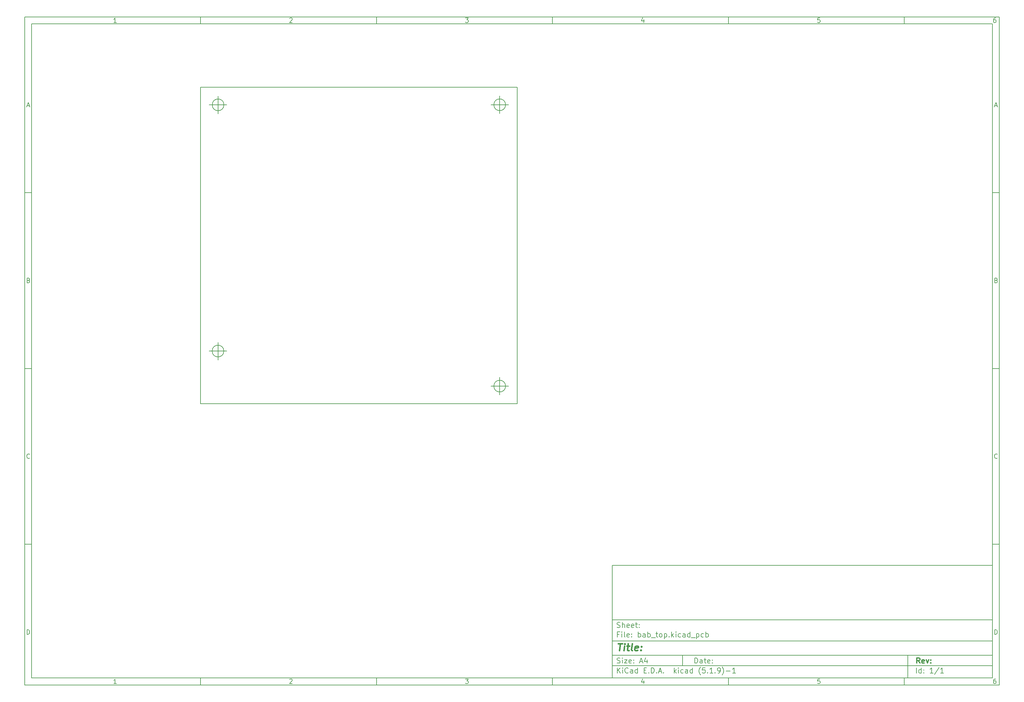
<source format=gbr>
G04 #@! TF.GenerationSoftware,KiCad,Pcbnew,(5.1.9)-1*
G04 #@! TF.CreationDate,2021-04-11T12:34:00+02:00*
G04 #@! TF.ProjectId,bab_top,6261625f-746f-4702-9e6b-696361645f70,rev?*
G04 #@! TF.SameCoordinates,Original*
G04 #@! TF.FileFunction,Glue,Bot*
G04 #@! TF.FilePolarity,Positive*
%FSLAX46Y46*%
G04 Gerber Fmt 4.6, Leading zero omitted, Abs format (unit mm)*
G04 Created by KiCad (PCBNEW (5.1.9)-1) date 2021-04-11 12:34:00*
%MOMM*%
%LPD*%
G01*
G04 APERTURE LIST*
%ADD10C,0.100000*%
%ADD11C,0.150000*%
%ADD12C,0.300000*%
%ADD13C,0.400000*%
G04 #@! TA.AperFunction,Profile*
%ADD14C,0.150000*%
G04 #@! TD*
G04 APERTURE END LIST*
D10*
D11*
X177002200Y-166007200D02*
X177002200Y-198007200D01*
X285002200Y-198007200D01*
X285002200Y-166007200D01*
X177002200Y-166007200D01*
D10*
D11*
X10000000Y-10000000D02*
X10000000Y-200007200D01*
X287002200Y-200007200D01*
X287002200Y-10000000D01*
X10000000Y-10000000D01*
D10*
D11*
X12000000Y-12000000D02*
X12000000Y-198007200D01*
X285002200Y-198007200D01*
X285002200Y-12000000D01*
X12000000Y-12000000D01*
D10*
D11*
X60000000Y-12000000D02*
X60000000Y-10000000D01*
D10*
D11*
X110000000Y-12000000D02*
X110000000Y-10000000D01*
D10*
D11*
X160000000Y-12000000D02*
X160000000Y-10000000D01*
D10*
D11*
X210000000Y-12000000D02*
X210000000Y-10000000D01*
D10*
D11*
X260000000Y-12000000D02*
X260000000Y-10000000D01*
D10*
D11*
X36065476Y-11588095D02*
X35322619Y-11588095D01*
X35694047Y-11588095D02*
X35694047Y-10288095D01*
X35570238Y-10473809D01*
X35446428Y-10597619D01*
X35322619Y-10659523D01*
D10*
D11*
X85322619Y-10411904D02*
X85384523Y-10350000D01*
X85508333Y-10288095D01*
X85817857Y-10288095D01*
X85941666Y-10350000D01*
X86003571Y-10411904D01*
X86065476Y-10535714D01*
X86065476Y-10659523D01*
X86003571Y-10845238D01*
X85260714Y-11588095D01*
X86065476Y-11588095D01*
D10*
D11*
X135260714Y-10288095D02*
X136065476Y-10288095D01*
X135632142Y-10783333D01*
X135817857Y-10783333D01*
X135941666Y-10845238D01*
X136003571Y-10907142D01*
X136065476Y-11030952D01*
X136065476Y-11340476D01*
X136003571Y-11464285D01*
X135941666Y-11526190D01*
X135817857Y-11588095D01*
X135446428Y-11588095D01*
X135322619Y-11526190D01*
X135260714Y-11464285D01*
D10*
D11*
X185941666Y-10721428D02*
X185941666Y-11588095D01*
X185632142Y-10226190D02*
X185322619Y-11154761D01*
X186127380Y-11154761D01*
D10*
D11*
X236003571Y-10288095D02*
X235384523Y-10288095D01*
X235322619Y-10907142D01*
X235384523Y-10845238D01*
X235508333Y-10783333D01*
X235817857Y-10783333D01*
X235941666Y-10845238D01*
X236003571Y-10907142D01*
X236065476Y-11030952D01*
X236065476Y-11340476D01*
X236003571Y-11464285D01*
X235941666Y-11526190D01*
X235817857Y-11588095D01*
X235508333Y-11588095D01*
X235384523Y-11526190D01*
X235322619Y-11464285D01*
D10*
D11*
X285941666Y-10288095D02*
X285694047Y-10288095D01*
X285570238Y-10350000D01*
X285508333Y-10411904D01*
X285384523Y-10597619D01*
X285322619Y-10845238D01*
X285322619Y-11340476D01*
X285384523Y-11464285D01*
X285446428Y-11526190D01*
X285570238Y-11588095D01*
X285817857Y-11588095D01*
X285941666Y-11526190D01*
X286003571Y-11464285D01*
X286065476Y-11340476D01*
X286065476Y-11030952D01*
X286003571Y-10907142D01*
X285941666Y-10845238D01*
X285817857Y-10783333D01*
X285570238Y-10783333D01*
X285446428Y-10845238D01*
X285384523Y-10907142D01*
X285322619Y-11030952D01*
D10*
D11*
X60000000Y-198007200D02*
X60000000Y-200007200D01*
D10*
D11*
X110000000Y-198007200D02*
X110000000Y-200007200D01*
D10*
D11*
X160000000Y-198007200D02*
X160000000Y-200007200D01*
D10*
D11*
X210000000Y-198007200D02*
X210000000Y-200007200D01*
D10*
D11*
X260000000Y-198007200D02*
X260000000Y-200007200D01*
D10*
D11*
X36065476Y-199595295D02*
X35322619Y-199595295D01*
X35694047Y-199595295D02*
X35694047Y-198295295D01*
X35570238Y-198481009D01*
X35446428Y-198604819D01*
X35322619Y-198666723D01*
D10*
D11*
X85322619Y-198419104D02*
X85384523Y-198357200D01*
X85508333Y-198295295D01*
X85817857Y-198295295D01*
X85941666Y-198357200D01*
X86003571Y-198419104D01*
X86065476Y-198542914D01*
X86065476Y-198666723D01*
X86003571Y-198852438D01*
X85260714Y-199595295D01*
X86065476Y-199595295D01*
D10*
D11*
X135260714Y-198295295D02*
X136065476Y-198295295D01*
X135632142Y-198790533D01*
X135817857Y-198790533D01*
X135941666Y-198852438D01*
X136003571Y-198914342D01*
X136065476Y-199038152D01*
X136065476Y-199347676D01*
X136003571Y-199471485D01*
X135941666Y-199533390D01*
X135817857Y-199595295D01*
X135446428Y-199595295D01*
X135322619Y-199533390D01*
X135260714Y-199471485D01*
D10*
D11*
X185941666Y-198728628D02*
X185941666Y-199595295D01*
X185632142Y-198233390D02*
X185322619Y-199161961D01*
X186127380Y-199161961D01*
D10*
D11*
X236003571Y-198295295D02*
X235384523Y-198295295D01*
X235322619Y-198914342D01*
X235384523Y-198852438D01*
X235508333Y-198790533D01*
X235817857Y-198790533D01*
X235941666Y-198852438D01*
X236003571Y-198914342D01*
X236065476Y-199038152D01*
X236065476Y-199347676D01*
X236003571Y-199471485D01*
X235941666Y-199533390D01*
X235817857Y-199595295D01*
X235508333Y-199595295D01*
X235384523Y-199533390D01*
X235322619Y-199471485D01*
D10*
D11*
X285941666Y-198295295D02*
X285694047Y-198295295D01*
X285570238Y-198357200D01*
X285508333Y-198419104D01*
X285384523Y-198604819D01*
X285322619Y-198852438D01*
X285322619Y-199347676D01*
X285384523Y-199471485D01*
X285446428Y-199533390D01*
X285570238Y-199595295D01*
X285817857Y-199595295D01*
X285941666Y-199533390D01*
X286003571Y-199471485D01*
X286065476Y-199347676D01*
X286065476Y-199038152D01*
X286003571Y-198914342D01*
X285941666Y-198852438D01*
X285817857Y-198790533D01*
X285570238Y-198790533D01*
X285446428Y-198852438D01*
X285384523Y-198914342D01*
X285322619Y-199038152D01*
D10*
D11*
X10000000Y-60000000D02*
X12000000Y-60000000D01*
D10*
D11*
X10000000Y-110000000D02*
X12000000Y-110000000D01*
D10*
D11*
X10000000Y-160000000D02*
X12000000Y-160000000D01*
D10*
D11*
X10690476Y-35216666D02*
X11309523Y-35216666D01*
X10566666Y-35588095D02*
X11000000Y-34288095D01*
X11433333Y-35588095D01*
D10*
D11*
X11092857Y-84907142D02*
X11278571Y-84969047D01*
X11340476Y-85030952D01*
X11402380Y-85154761D01*
X11402380Y-85340476D01*
X11340476Y-85464285D01*
X11278571Y-85526190D01*
X11154761Y-85588095D01*
X10659523Y-85588095D01*
X10659523Y-84288095D01*
X11092857Y-84288095D01*
X11216666Y-84350000D01*
X11278571Y-84411904D01*
X11340476Y-84535714D01*
X11340476Y-84659523D01*
X11278571Y-84783333D01*
X11216666Y-84845238D01*
X11092857Y-84907142D01*
X10659523Y-84907142D01*
D10*
D11*
X11402380Y-135464285D02*
X11340476Y-135526190D01*
X11154761Y-135588095D01*
X11030952Y-135588095D01*
X10845238Y-135526190D01*
X10721428Y-135402380D01*
X10659523Y-135278571D01*
X10597619Y-135030952D01*
X10597619Y-134845238D01*
X10659523Y-134597619D01*
X10721428Y-134473809D01*
X10845238Y-134350000D01*
X11030952Y-134288095D01*
X11154761Y-134288095D01*
X11340476Y-134350000D01*
X11402380Y-134411904D01*
D10*
D11*
X10659523Y-185588095D02*
X10659523Y-184288095D01*
X10969047Y-184288095D01*
X11154761Y-184350000D01*
X11278571Y-184473809D01*
X11340476Y-184597619D01*
X11402380Y-184845238D01*
X11402380Y-185030952D01*
X11340476Y-185278571D01*
X11278571Y-185402380D01*
X11154761Y-185526190D01*
X10969047Y-185588095D01*
X10659523Y-185588095D01*
D10*
D11*
X287002200Y-60000000D02*
X285002200Y-60000000D01*
D10*
D11*
X287002200Y-110000000D02*
X285002200Y-110000000D01*
D10*
D11*
X287002200Y-160000000D02*
X285002200Y-160000000D01*
D10*
D11*
X285692676Y-35216666D02*
X286311723Y-35216666D01*
X285568866Y-35588095D02*
X286002200Y-34288095D01*
X286435533Y-35588095D01*
D10*
D11*
X286095057Y-84907142D02*
X286280771Y-84969047D01*
X286342676Y-85030952D01*
X286404580Y-85154761D01*
X286404580Y-85340476D01*
X286342676Y-85464285D01*
X286280771Y-85526190D01*
X286156961Y-85588095D01*
X285661723Y-85588095D01*
X285661723Y-84288095D01*
X286095057Y-84288095D01*
X286218866Y-84350000D01*
X286280771Y-84411904D01*
X286342676Y-84535714D01*
X286342676Y-84659523D01*
X286280771Y-84783333D01*
X286218866Y-84845238D01*
X286095057Y-84907142D01*
X285661723Y-84907142D01*
D10*
D11*
X286404580Y-135464285D02*
X286342676Y-135526190D01*
X286156961Y-135588095D01*
X286033152Y-135588095D01*
X285847438Y-135526190D01*
X285723628Y-135402380D01*
X285661723Y-135278571D01*
X285599819Y-135030952D01*
X285599819Y-134845238D01*
X285661723Y-134597619D01*
X285723628Y-134473809D01*
X285847438Y-134350000D01*
X286033152Y-134288095D01*
X286156961Y-134288095D01*
X286342676Y-134350000D01*
X286404580Y-134411904D01*
D10*
D11*
X285661723Y-185588095D02*
X285661723Y-184288095D01*
X285971247Y-184288095D01*
X286156961Y-184350000D01*
X286280771Y-184473809D01*
X286342676Y-184597619D01*
X286404580Y-184845238D01*
X286404580Y-185030952D01*
X286342676Y-185278571D01*
X286280771Y-185402380D01*
X286156961Y-185526190D01*
X285971247Y-185588095D01*
X285661723Y-185588095D01*
D10*
D11*
X200434342Y-193785771D02*
X200434342Y-192285771D01*
X200791485Y-192285771D01*
X201005771Y-192357200D01*
X201148628Y-192500057D01*
X201220057Y-192642914D01*
X201291485Y-192928628D01*
X201291485Y-193142914D01*
X201220057Y-193428628D01*
X201148628Y-193571485D01*
X201005771Y-193714342D01*
X200791485Y-193785771D01*
X200434342Y-193785771D01*
X202577200Y-193785771D02*
X202577200Y-193000057D01*
X202505771Y-192857200D01*
X202362914Y-192785771D01*
X202077200Y-192785771D01*
X201934342Y-192857200D01*
X202577200Y-193714342D02*
X202434342Y-193785771D01*
X202077200Y-193785771D01*
X201934342Y-193714342D01*
X201862914Y-193571485D01*
X201862914Y-193428628D01*
X201934342Y-193285771D01*
X202077200Y-193214342D01*
X202434342Y-193214342D01*
X202577200Y-193142914D01*
X203077200Y-192785771D02*
X203648628Y-192785771D01*
X203291485Y-192285771D02*
X203291485Y-193571485D01*
X203362914Y-193714342D01*
X203505771Y-193785771D01*
X203648628Y-193785771D01*
X204720057Y-193714342D02*
X204577200Y-193785771D01*
X204291485Y-193785771D01*
X204148628Y-193714342D01*
X204077200Y-193571485D01*
X204077200Y-193000057D01*
X204148628Y-192857200D01*
X204291485Y-192785771D01*
X204577200Y-192785771D01*
X204720057Y-192857200D01*
X204791485Y-193000057D01*
X204791485Y-193142914D01*
X204077200Y-193285771D01*
X205434342Y-193642914D02*
X205505771Y-193714342D01*
X205434342Y-193785771D01*
X205362914Y-193714342D01*
X205434342Y-193642914D01*
X205434342Y-193785771D01*
X205434342Y-192857200D02*
X205505771Y-192928628D01*
X205434342Y-193000057D01*
X205362914Y-192928628D01*
X205434342Y-192857200D01*
X205434342Y-193000057D01*
D10*
D11*
X177002200Y-194507200D02*
X285002200Y-194507200D01*
D10*
D11*
X178434342Y-196585771D02*
X178434342Y-195085771D01*
X179291485Y-196585771D02*
X178648628Y-195728628D01*
X179291485Y-195085771D02*
X178434342Y-195942914D01*
X179934342Y-196585771D02*
X179934342Y-195585771D01*
X179934342Y-195085771D02*
X179862914Y-195157200D01*
X179934342Y-195228628D01*
X180005771Y-195157200D01*
X179934342Y-195085771D01*
X179934342Y-195228628D01*
X181505771Y-196442914D02*
X181434342Y-196514342D01*
X181220057Y-196585771D01*
X181077200Y-196585771D01*
X180862914Y-196514342D01*
X180720057Y-196371485D01*
X180648628Y-196228628D01*
X180577200Y-195942914D01*
X180577200Y-195728628D01*
X180648628Y-195442914D01*
X180720057Y-195300057D01*
X180862914Y-195157200D01*
X181077200Y-195085771D01*
X181220057Y-195085771D01*
X181434342Y-195157200D01*
X181505771Y-195228628D01*
X182791485Y-196585771D02*
X182791485Y-195800057D01*
X182720057Y-195657200D01*
X182577200Y-195585771D01*
X182291485Y-195585771D01*
X182148628Y-195657200D01*
X182791485Y-196514342D02*
X182648628Y-196585771D01*
X182291485Y-196585771D01*
X182148628Y-196514342D01*
X182077200Y-196371485D01*
X182077200Y-196228628D01*
X182148628Y-196085771D01*
X182291485Y-196014342D01*
X182648628Y-196014342D01*
X182791485Y-195942914D01*
X184148628Y-196585771D02*
X184148628Y-195085771D01*
X184148628Y-196514342D02*
X184005771Y-196585771D01*
X183720057Y-196585771D01*
X183577200Y-196514342D01*
X183505771Y-196442914D01*
X183434342Y-196300057D01*
X183434342Y-195871485D01*
X183505771Y-195728628D01*
X183577200Y-195657200D01*
X183720057Y-195585771D01*
X184005771Y-195585771D01*
X184148628Y-195657200D01*
X186005771Y-195800057D02*
X186505771Y-195800057D01*
X186720057Y-196585771D02*
X186005771Y-196585771D01*
X186005771Y-195085771D01*
X186720057Y-195085771D01*
X187362914Y-196442914D02*
X187434342Y-196514342D01*
X187362914Y-196585771D01*
X187291485Y-196514342D01*
X187362914Y-196442914D01*
X187362914Y-196585771D01*
X188077200Y-196585771D02*
X188077200Y-195085771D01*
X188434342Y-195085771D01*
X188648628Y-195157200D01*
X188791485Y-195300057D01*
X188862914Y-195442914D01*
X188934342Y-195728628D01*
X188934342Y-195942914D01*
X188862914Y-196228628D01*
X188791485Y-196371485D01*
X188648628Y-196514342D01*
X188434342Y-196585771D01*
X188077200Y-196585771D01*
X189577200Y-196442914D02*
X189648628Y-196514342D01*
X189577200Y-196585771D01*
X189505771Y-196514342D01*
X189577200Y-196442914D01*
X189577200Y-196585771D01*
X190220057Y-196157200D02*
X190934342Y-196157200D01*
X190077200Y-196585771D02*
X190577200Y-195085771D01*
X191077200Y-196585771D01*
X191577200Y-196442914D02*
X191648628Y-196514342D01*
X191577200Y-196585771D01*
X191505771Y-196514342D01*
X191577200Y-196442914D01*
X191577200Y-196585771D01*
X194577200Y-196585771D02*
X194577200Y-195085771D01*
X194720057Y-196014342D02*
X195148628Y-196585771D01*
X195148628Y-195585771D02*
X194577200Y-196157200D01*
X195791485Y-196585771D02*
X195791485Y-195585771D01*
X195791485Y-195085771D02*
X195720057Y-195157200D01*
X195791485Y-195228628D01*
X195862914Y-195157200D01*
X195791485Y-195085771D01*
X195791485Y-195228628D01*
X197148628Y-196514342D02*
X197005771Y-196585771D01*
X196720057Y-196585771D01*
X196577200Y-196514342D01*
X196505771Y-196442914D01*
X196434342Y-196300057D01*
X196434342Y-195871485D01*
X196505771Y-195728628D01*
X196577200Y-195657200D01*
X196720057Y-195585771D01*
X197005771Y-195585771D01*
X197148628Y-195657200D01*
X198434342Y-196585771D02*
X198434342Y-195800057D01*
X198362914Y-195657200D01*
X198220057Y-195585771D01*
X197934342Y-195585771D01*
X197791485Y-195657200D01*
X198434342Y-196514342D02*
X198291485Y-196585771D01*
X197934342Y-196585771D01*
X197791485Y-196514342D01*
X197720057Y-196371485D01*
X197720057Y-196228628D01*
X197791485Y-196085771D01*
X197934342Y-196014342D01*
X198291485Y-196014342D01*
X198434342Y-195942914D01*
X199791485Y-196585771D02*
X199791485Y-195085771D01*
X199791485Y-196514342D02*
X199648628Y-196585771D01*
X199362914Y-196585771D01*
X199220057Y-196514342D01*
X199148628Y-196442914D01*
X199077200Y-196300057D01*
X199077200Y-195871485D01*
X199148628Y-195728628D01*
X199220057Y-195657200D01*
X199362914Y-195585771D01*
X199648628Y-195585771D01*
X199791485Y-195657200D01*
X202077200Y-197157200D02*
X202005771Y-197085771D01*
X201862914Y-196871485D01*
X201791485Y-196728628D01*
X201720057Y-196514342D01*
X201648628Y-196157200D01*
X201648628Y-195871485D01*
X201720057Y-195514342D01*
X201791485Y-195300057D01*
X201862914Y-195157200D01*
X202005771Y-194942914D01*
X202077200Y-194871485D01*
X203362914Y-195085771D02*
X202648628Y-195085771D01*
X202577200Y-195800057D01*
X202648628Y-195728628D01*
X202791485Y-195657200D01*
X203148628Y-195657200D01*
X203291485Y-195728628D01*
X203362914Y-195800057D01*
X203434342Y-195942914D01*
X203434342Y-196300057D01*
X203362914Y-196442914D01*
X203291485Y-196514342D01*
X203148628Y-196585771D01*
X202791485Y-196585771D01*
X202648628Y-196514342D01*
X202577200Y-196442914D01*
X204077200Y-196442914D02*
X204148628Y-196514342D01*
X204077200Y-196585771D01*
X204005771Y-196514342D01*
X204077200Y-196442914D01*
X204077200Y-196585771D01*
X205577200Y-196585771D02*
X204720057Y-196585771D01*
X205148628Y-196585771D02*
X205148628Y-195085771D01*
X205005771Y-195300057D01*
X204862914Y-195442914D01*
X204720057Y-195514342D01*
X206220057Y-196442914D02*
X206291485Y-196514342D01*
X206220057Y-196585771D01*
X206148628Y-196514342D01*
X206220057Y-196442914D01*
X206220057Y-196585771D01*
X207005771Y-196585771D02*
X207291485Y-196585771D01*
X207434342Y-196514342D01*
X207505771Y-196442914D01*
X207648628Y-196228628D01*
X207720057Y-195942914D01*
X207720057Y-195371485D01*
X207648628Y-195228628D01*
X207577200Y-195157200D01*
X207434342Y-195085771D01*
X207148628Y-195085771D01*
X207005771Y-195157200D01*
X206934342Y-195228628D01*
X206862914Y-195371485D01*
X206862914Y-195728628D01*
X206934342Y-195871485D01*
X207005771Y-195942914D01*
X207148628Y-196014342D01*
X207434342Y-196014342D01*
X207577200Y-195942914D01*
X207648628Y-195871485D01*
X207720057Y-195728628D01*
X208220057Y-197157200D02*
X208291485Y-197085771D01*
X208434342Y-196871485D01*
X208505771Y-196728628D01*
X208577200Y-196514342D01*
X208648628Y-196157200D01*
X208648628Y-195871485D01*
X208577200Y-195514342D01*
X208505771Y-195300057D01*
X208434342Y-195157200D01*
X208291485Y-194942914D01*
X208220057Y-194871485D01*
X209362914Y-196014342D02*
X210505771Y-196014342D01*
X212005771Y-196585771D02*
X211148628Y-196585771D01*
X211577200Y-196585771D02*
X211577200Y-195085771D01*
X211434342Y-195300057D01*
X211291485Y-195442914D01*
X211148628Y-195514342D01*
D10*
D11*
X177002200Y-191507200D02*
X285002200Y-191507200D01*
D10*
D12*
X264411485Y-193785771D02*
X263911485Y-193071485D01*
X263554342Y-193785771D02*
X263554342Y-192285771D01*
X264125771Y-192285771D01*
X264268628Y-192357200D01*
X264340057Y-192428628D01*
X264411485Y-192571485D01*
X264411485Y-192785771D01*
X264340057Y-192928628D01*
X264268628Y-193000057D01*
X264125771Y-193071485D01*
X263554342Y-193071485D01*
X265625771Y-193714342D02*
X265482914Y-193785771D01*
X265197200Y-193785771D01*
X265054342Y-193714342D01*
X264982914Y-193571485D01*
X264982914Y-193000057D01*
X265054342Y-192857200D01*
X265197200Y-192785771D01*
X265482914Y-192785771D01*
X265625771Y-192857200D01*
X265697200Y-193000057D01*
X265697200Y-193142914D01*
X264982914Y-193285771D01*
X266197200Y-192785771D02*
X266554342Y-193785771D01*
X266911485Y-192785771D01*
X267482914Y-193642914D02*
X267554342Y-193714342D01*
X267482914Y-193785771D01*
X267411485Y-193714342D01*
X267482914Y-193642914D01*
X267482914Y-193785771D01*
X267482914Y-192857200D02*
X267554342Y-192928628D01*
X267482914Y-193000057D01*
X267411485Y-192928628D01*
X267482914Y-192857200D01*
X267482914Y-193000057D01*
D10*
D11*
X178362914Y-193714342D02*
X178577200Y-193785771D01*
X178934342Y-193785771D01*
X179077200Y-193714342D01*
X179148628Y-193642914D01*
X179220057Y-193500057D01*
X179220057Y-193357200D01*
X179148628Y-193214342D01*
X179077200Y-193142914D01*
X178934342Y-193071485D01*
X178648628Y-193000057D01*
X178505771Y-192928628D01*
X178434342Y-192857200D01*
X178362914Y-192714342D01*
X178362914Y-192571485D01*
X178434342Y-192428628D01*
X178505771Y-192357200D01*
X178648628Y-192285771D01*
X179005771Y-192285771D01*
X179220057Y-192357200D01*
X179862914Y-193785771D02*
X179862914Y-192785771D01*
X179862914Y-192285771D02*
X179791485Y-192357200D01*
X179862914Y-192428628D01*
X179934342Y-192357200D01*
X179862914Y-192285771D01*
X179862914Y-192428628D01*
X180434342Y-192785771D02*
X181220057Y-192785771D01*
X180434342Y-193785771D01*
X181220057Y-193785771D01*
X182362914Y-193714342D02*
X182220057Y-193785771D01*
X181934342Y-193785771D01*
X181791485Y-193714342D01*
X181720057Y-193571485D01*
X181720057Y-193000057D01*
X181791485Y-192857200D01*
X181934342Y-192785771D01*
X182220057Y-192785771D01*
X182362914Y-192857200D01*
X182434342Y-193000057D01*
X182434342Y-193142914D01*
X181720057Y-193285771D01*
X183077200Y-193642914D02*
X183148628Y-193714342D01*
X183077200Y-193785771D01*
X183005771Y-193714342D01*
X183077200Y-193642914D01*
X183077200Y-193785771D01*
X183077200Y-192857200D02*
X183148628Y-192928628D01*
X183077200Y-193000057D01*
X183005771Y-192928628D01*
X183077200Y-192857200D01*
X183077200Y-193000057D01*
X184862914Y-193357200D02*
X185577200Y-193357200D01*
X184720057Y-193785771D02*
X185220057Y-192285771D01*
X185720057Y-193785771D01*
X186862914Y-192785771D02*
X186862914Y-193785771D01*
X186505771Y-192214342D02*
X186148628Y-193285771D01*
X187077200Y-193285771D01*
D10*
D11*
X263434342Y-196585771D02*
X263434342Y-195085771D01*
X264791485Y-196585771D02*
X264791485Y-195085771D01*
X264791485Y-196514342D02*
X264648628Y-196585771D01*
X264362914Y-196585771D01*
X264220057Y-196514342D01*
X264148628Y-196442914D01*
X264077200Y-196300057D01*
X264077200Y-195871485D01*
X264148628Y-195728628D01*
X264220057Y-195657200D01*
X264362914Y-195585771D01*
X264648628Y-195585771D01*
X264791485Y-195657200D01*
X265505771Y-196442914D02*
X265577200Y-196514342D01*
X265505771Y-196585771D01*
X265434342Y-196514342D01*
X265505771Y-196442914D01*
X265505771Y-196585771D01*
X265505771Y-195657200D02*
X265577200Y-195728628D01*
X265505771Y-195800057D01*
X265434342Y-195728628D01*
X265505771Y-195657200D01*
X265505771Y-195800057D01*
X268148628Y-196585771D02*
X267291485Y-196585771D01*
X267720057Y-196585771D02*
X267720057Y-195085771D01*
X267577200Y-195300057D01*
X267434342Y-195442914D01*
X267291485Y-195514342D01*
X269862914Y-195014342D02*
X268577200Y-196942914D01*
X271148628Y-196585771D02*
X270291485Y-196585771D01*
X270720057Y-196585771D02*
X270720057Y-195085771D01*
X270577200Y-195300057D01*
X270434342Y-195442914D01*
X270291485Y-195514342D01*
D10*
D11*
X177002200Y-187507200D02*
X285002200Y-187507200D01*
D10*
D13*
X178714580Y-188211961D02*
X179857438Y-188211961D01*
X179036009Y-190211961D02*
X179286009Y-188211961D01*
X180274104Y-190211961D02*
X180440771Y-188878628D01*
X180524104Y-188211961D02*
X180416961Y-188307200D01*
X180500295Y-188402438D01*
X180607438Y-188307200D01*
X180524104Y-188211961D01*
X180500295Y-188402438D01*
X181107438Y-188878628D02*
X181869342Y-188878628D01*
X181476485Y-188211961D02*
X181262200Y-189926247D01*
X181333628Y-190116723D01*
X181512200Y-190211961D01*
X181702676Y-190211961D01*
X182655057Y-190211961D02*
X182476485Y-190116723D01*
X182405057Y-189926247D01*
X182619342Y-188211961D01*
X184190771Y-190116723D02*
X183988390Y-190211961D01*
X183607438Y-190211961D01*
X183428866Y-190116723D01*
X183357438Y-189926247D01*
X183452676Y-189164342D01*
X183571723Y-188973866D01*
X183774104Y-188878628D01*
X184155057Y-188878628D01*
X184333628Y-188973866D01*
X184405057Y-189164342D01*
X184381247Y-189354819D01*
X183405057Y-189545295D01*
X185155057Y-190021485D02*
X185238390Y-190116723D01*
X185131247Y-190211961D01*
X185047914Y-190116723D01*
X185155057Y-190021485D01*
X185131247Y-190211961D01*
X185286009Y-188973866D02*
X185369342Y-189069104D01*
X185262200Y-189164342D01*
X185178866Y-189069104D01*
X185286009Y-188973866D01*
X185262200Y-189164342D01*
D10*
D11*
X178934342Y-185600057D02*
X178434342Y-185600057D01*
X178434342Y-186385771D02*
X178434342Y-184885771D01*
X179148628Y-184885771D01*
X179720057Y-186385771D02*
X179720057Y-185385771D01*
X179720057Y-184885771D02*
X179648628Y-184957200D01*
X179720057Y-185028628D01*
X179791485Y-184957200D01*
X179720057Y-184885771D01*
X179720057Y-185028628D01*
X180648628Y-186385771D02*
X180505771Y-186314342D01*
X180434342Y-186171485D01*
X180434342Y-184885771D01*
X181791485Y-186314342D02*
X181648628Y-186385771D01*
X181362914Y-186385771D01*
X181220057Y-186314342D01*
X181148628Y-186171485D01*
X181148628Y-185600057D01*
X181220057Y-185457200D01*
X181362914Y-185385771D01*
X181648628Y-185385771D01*
X181791485Y-185457200D01*
X181862914Y-185600057D01*
X181862914Y-185742914D01*
X181148628Y-185885771D01*
X182505771Y-186242914D02*
X182577200Y-186314342D01*
X182505771Y-186385771D01*
X182434342Y-186314342D01*
X182505771Y-186242914D01*
X182505771Y-186385771D01*
X182505771Y-185457200D02*
X182577200Y-185528628D01*
X182505771Y-185600057D01*
X182434342Y-185528628D01*
X182505771Y-185457200D01*
X182505771Y-185600057D01*
X184362914Y-186385771D02*
X184362914Y-184885771D01*
X184362914Y-185457200D02*
X184505771Y-185385771D01*
X184791485Y-185385771D01*
X184934342Y-185457200D01*
X185005771Y-185528628D01*
X185077200Y-185671485D01*
X185077200Y-186100057D01*
X185005771Y-186242914D01*
X184934342Y-186314342D01*
X184791485Y-186385771D01*
X184505771Y-186385771D01*
X184362914Y-186314342D01*
X186362914Y-186385771D02*
X186362914Y-185600057D01*
X186291485Y-185457200D01*
X186148628Y-185385771D01*
X185862914Y-185385771D01*
X185720057Y-185457200D01*
X186362914Y-186314342D02*
X186220057Y-186385771D01*
X185862914Y-186385771D01*
X185720057Y-186314342D01*
X185648628Y-186171485D01*
X185648628Y-186028628D01*
X185720057Y-185885771D01*
X185862914Y-185814342D01*
X186220057Y-185814342D01*
X186362914Y-185742914D01*
X187077200Y-186385771D02*
X187077200Y-184885771D01*
X187077200Y-185457200D02*
X187220057Y-185385771D01*
X187505771Y-185385771D01*
X187648628Y-185457200D01*
X187720057Y-185528628D01*
X187791485Y-185671485D01*
X187791485Y-186100057D01*
X187720057Y-186242914D01*
X187648628Y-186314342D01*
X187505771Y-186385771D01*
X187220057Y-186385771D01*
X187077200Y-186314342D01*
X188077200Y-186528628D02*
X189220057Y-186528628D01*
X189362914Y-185385771D02*
X189934342Y-185385771D01*
X189577200Y-184885771D02*
X189577200Y-186171485D01*
X189648628Y-186314342D01*
X189791485Y-186385771D01*
X189934342Y-186385771D01*
X190648628Y-186385771D02*
X190505771Y-186314342D01*
X190434342Y-186242914D01*
X190362914Y-186100057D01*
X190362914Y-185671485D01*
X190434342Y-185528628D01*
X190505771Y-185457200D01*
X190648628Y-185385771D01*
X190862914Y-185385771D01*
X191005771Y-185457200D01*
X191077200Y-185528628D01*
X191148628Y-185671485D01*
X191148628Y-186100057D01*
X191077200Y-186242914D01*
X191005771Y-186314342D01*
X190862914Y-186385771D01*
X190648628Y-186385771D01*
X191791485Y-185385771D02*
X191791485Y-186885771D01*
X191791485Y-185457200D02*
X191934342Y-185385771D01*
X192220057Y-185385771D01*
X192362914Y-185457200D01*
X192434342Y-185528628D01*
X192505771Y-185671485D01*
X192505771Y-186100057D01*
X192434342Y-186242914D01*
X192362914Y-186314342D01*
X192220057Y-186385771D01*
X191934342Y-186385771D01*
X191791485Y-186314342D01*
X193148628Y-186242914D02*
X193220057Y-186314342D01*
X193148628Y-186385771D01*
X193077200Y-186314342D01*
X193148628Y-186242914D01*
X193148628Y-186385771D01*
X193862914Y-186385771D02*
X193862914Y-184885771D01*
X194005771Y-185814342D02*
X194434342Y-186385771D01*
X194434342Y-185385771D02*
X193862914Y-185957200D01*
X195077200Y-186385771D02*
X195077200Y-185385771D01*
X195077200Y-184885771D02*
X195005771Y-184957200D01*
X195077200Y-185028628D01*
X195148628Y-184957200D01*
X195077200Y-184885771D01*
X195077200Y-185028628D01*
X196434342Y-186314342D02*
X196291485Y-186385771D01*
X196005771Y-186385771D01*
X195862914Y-186314342D01*
X195791485Y-186242914D01*
X195720057Y-186100057D01*
X195720057Y-185671485D01*
X195791485Y-185528628D01*
X195862914Y-185457200D01*
X196005771Y-185385771D01*
X196291485Y-185385771D01*
X196434342Y-185457200D01*
X197720057Y-186385771D02*
X197720057Y-185600057D01*
X197648628Y-185457200D01*
X197505771Y-185385771D01*
X197220057Y-185385771D01*
X197077200Y-185457200D01*
X197720057Y-186314342D02*
X197577200Y-186385771D01*
X197220057Y-186385771D01*
X197077200Y-186314342D01*
X197005771Y-186171485D01*
X197005771Y-186028628D01*
X197077200Y-185885771D01*
X197220057Y-185814342D01*
X197577200Y-185814342D01*
X197720057Y-185742914D01*
X199077200Y-186385771D02*
X199077200Y-184885771D01*
X199077200Y-186314342D02*
X198934342Y-186385771D01*
X198648628Y-186385771D01*
X198505771Y-186314342D01*
X198434342Y-186242914D01*
X198362914Y-186100057D01*
X198362914Y-185671485D01*
X198434342Y-185528628D01*
X198505771Y-185457200D01*
X198648628Y-185385771D01*
X198934342Y-185385771D01*
X199077200Y-185457200D01*
X199434342Y-186528628D02*
X200577200Y-186528628D01*
X200934342Y-185385771D02*
X200934342Y-186885771D01*
X200934342Y-185457200D02*
X201077200Y-185385771D01*
X201362914Y-185385771D01*
X201505771Y-185457200D01*
X201577200Y-185528628D01*
X201648628Y-185671485D01*
X201648628Y-186100057D01*
X201577200Y-186242914D01*
X201505771Y-186314342D01*
X201362914Y-186385771D01*
X201077200Y-186385771D01*
X200934342Y-186314342D01*
X202934342Y-186314342D02*
X202791485Y-186385771D01*
X202505771Y-186385771D01*
X202362914Y-186314342D01*
X202291485Y-186242914D01*
X202220057Y-186100057D01*
X202220057Y-185671485D01*
X202291485Y-185528628D01*
X202362914Y-185457200D01*
X202505771Y-185385771D01*
X202791485Y-185385771D01*
X202934342Y-185457200D01*
X203577200Y-186385771D02*
X203577200Y-184885771D01*
X203577200Y-185457200D02*
X203720057Y-185385771D01*
X204005771Y-185385771D01*
X204148628Y-185457200D01*
X204220057Y-185528628D01*
X204291485Y-185671485D01*
X204291485Y-186100057D01*
X204220057Y-186242914D01*
X204148628Y-186314342D01*
X204005771Y-186385771D01*
X203720057Y-186385771D01*
X203577200Y-186314342D01*
D10*
D11*
X177002200Y-181507200D02*
X285002200Y-181507200D01*
D10*
D11*
X178362914Y-183614342D02*
X178577200Y-183685771D01*
X178934342Y-183685771D01*
X179077200Y-183614342D01*
X179148628Y-183542914D01*
X179220057Y-183400057D01*
X179220057Y-183257200D01*
X179148628Y-183114342D01*
X179077200Y-183042914D01*
X178934342Y-182971485D01*
X178648628Y-182900057D01*
X178505771Y-182828628D01*
X178434342Y-182757200D01*
X178362914Y-182614342D01*
X178362914Y-182471485D01*
X178434342Y-182328628D01*
X178505771Y-182257200D01*
X178648628Y-182185771D01*
X179005771Y-182185771D01*
X179220057Y-182257200D01*
X179862914Y-183685771D02*
X179862914Y-182185771D01*
X180505771Y-183685771D02*
X180505771Y-182900057D01*
X180434342Y-182757200D01*
X180291485Y-182685771D01*
X180077200Y-182685771D01*
X179934342Y-182757200D01*
X179862914Y-182828628D01*
X181791485Y-183614342D02*
X181648628Y-183685771D01*
X181362914Y-183685771D01*
X181220057Y-183614342D01*
X181148628Y-183471485D01*
X181148628Y-182900057D01*
X181220057Y-182757200D01*
X181362914Y-182685771D01*
X181648628Y-182685771D01*
X181791485Y-182757200D01*
X181862914Y-182900057D01*
X181862914Y-183042914D01*
X181148628Y-183185771D01*
X183077200Y-183614342D02*
X182934342Y-183685771D01*
X182648628Y-183685771D01*
X182505771Y-183614342D01*
X182434342Y-183471485D01*
X182434342Y-182900057D01*
X182505771Y-182757200D01*
X182648628Y-182685771D01*
X182934342Y-182685771D01*
X183077200Y-182757200D01*
X183148628Y-182900057D01*
X183148628Y-183042914D01*
X182434342Y-183185771D01*
X183577200Y-182685771D02*
X184148628Y-182685771D01*
X183791485Y-182185771D02*
X183791485Y-183471485D01*
X183862914Y-183614342D01*
X184005771Y-183685771D01*
X184148628Y-183685771D01*
X184648628Y-183542914D02*
X184720057Y-183614342D01*
X184648628Y-183685771D01*
X184577200Y-183614342D01*
X184648628Y-183542914D01*
X184648628Y-183685771D01*
X184648628Y-182757200D02*
X184720057Y-182828628D01*
X184648628Y-182900057D01*
X184577200Y-182828628D01*
X184648628Y-182757200D01*
X184648628Y-182900057D01*
D10*
D11*
X197002200Y-191507200D02*
X197002200Y-194507200D01*
D10*
D11*
X261002200Y-191507200D02*
X261002200Y-198007200D01*
D14*
X150000000Y-30000000D02*
X150000000Y-120000000D01*
X60000000Y-30000000D02*
X60000000Y-120000000D01*
X150000000Y-30000000D02*
X60000000Y-30000000D01*
X60000000Y-120000000D02*
X150000000Y-120000000D01*
X146666666Y-115000000D02*
G75*
G03*
X146666666Y-115000000I-1666666J0D01*
G01*
X142500000Y-115000000D02*
X147500000Y-115000000D01*
X145000000Y-112500000D02*
X145000000Y-117500000D01*
X66633903Y-35008759D02*
G75*
G03*
X66633903Y-35008759I-1666666J0D01*
G01*
X62467237Y-35008759D02*
X67467237Y-35008759D01*
X64967237Y-32508759D02*
X64967237Y-37508759D01*
X66605474Y-105026938D02*
G75*
G03*
X66605474Y-105026938I-1666666J0D01*
G01*
X62438808Y-105026938D02*
X67438808Y-105026938D01*
X64938808Y-102526938D02*
X64938808Y-107526938D01*
X146666666Y-34989010D02*
G75*
G03*
X146666666Y-34989010I-1666666J0D01*
G01*
X142500000Y-34989010D02*
X147500000Y-34989010D01*
X145000000Y-32489010D02*
X145000000Y-37489010D01*
M02*

</source>
